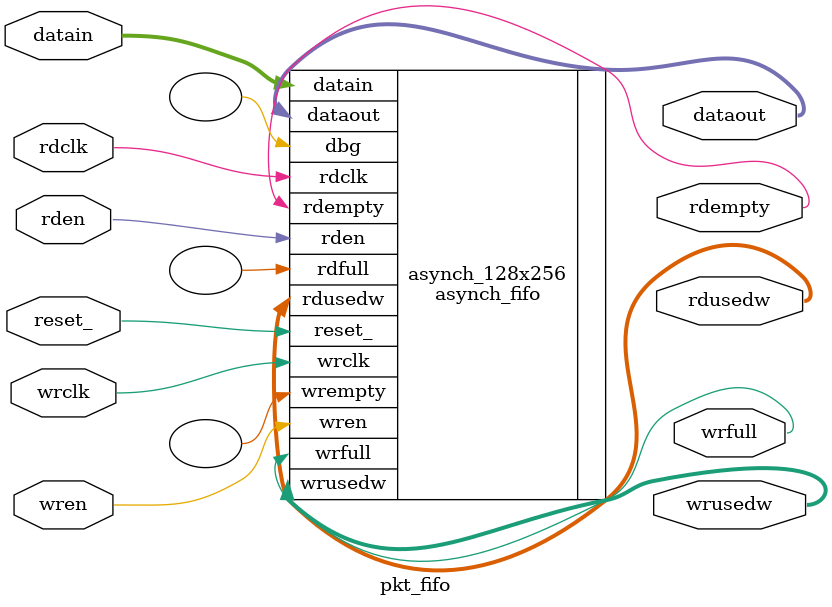
<source format=v>


`timescale 1ns / 1ns


module pkt_fifo (
			reset_,
		
			wrclk,	
			wren,	
			datain,	
			wrfull,	
			wrusedw,

			rdclk,	
			rden,	
			dataout,
			rdempty,
			rdusedw 
);


	parameter WIDTH = 256,
			  DEPTH = 128,
			  PTR	= 7;
			  
			  
			input 	wire 				reset_;

			input  	wire 				wrclk;          	// Clk for writing data                              
			input  	wire 				wren;          		// request to write                                  
			input  	wire [WIDTH-1 : 0]	datain;          	// Data coming in                                                   
			output 	wire				wrfull;           	// indicates fifo is full or not (To avoid overiding)
		    output	wire [PTR -1: 0]	wrusedw;            // number of slots currently in use for writing
		    
			input  	wire 				rdclk;           	// Clk for read data                                     
			input  	wire 				rden;            	// Request to read from FIFO                            
			output 	wire [WIDTH-1 : 0]	dataout; 	        // Data coming out                                      
			output 	wire 				rdempty;          	// indicates fifo is empty or not (to avoid underflow)  
			output 	wire [PTR  -1 : 0] 	rdusedw;          	// number of slots currently in use for reading         


asynch_fifo	#(.WIDTH (WIDTH),		  			
			  .DEPTH (DEPTH),
			  .PTR	 (PTR) )		 
		asynch_128x256		  (
		
			.reset_		(reset_),                                                                       
			                                           		                                                 
			.wrclk		(wrclk),		                   	// Clk to write data                                                   
			.wren		(wren),	   	                   		// write enable          
			.datain		(datain),			                // write data          
			.wrfull		(wrfull),			                // indicates fifo is full or not (To avoid overiding)                  
			.wrempty	(),				                    // indicates fifo is empty or not (to avoid underflow)                                                               
			.wrusedw	(wrusedw),				            // wrusedw -number of locations filled in fifo                                                                        
                                                       		                                        
			.rdclk		(rdclk),		                   	// i-1, Clk to read data                               
			.rden		(rden),		                   		// i-1, read enable of data FIFO                                          
			.dataout	(dataout),			                // Dataout of data FIFO
			.rdfull		(),				                   	// indicates fifo is full or not (To avoid overiding) (Not used)         
			.rdempty	(rdempty),		                   	// indicates fifo is empty or not (to avoid underflow)      
			.rdusedw	(rdusedw),		                    // rdusedw -number of locations filled in fifo (not used ) 

			.dbg()

		 );
endmodule

</source>
